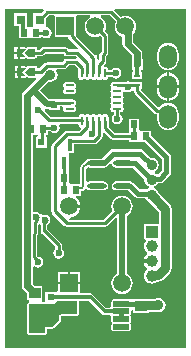
<source format=gtl>
%FSDAX24Y24*%
%MOIN*%
%SFA1B1*%

%IPPOS*%
%AMD51*
4,1,8,-0.026500,0.006900,-0.026500,-0.006900,-0.024600,-0.008800,0.024600,-0.008800,0.026500,-0.006900,0.026500,0.006900,0.024600,0.008800,-0.024600,0.008800,-0.026500,0.006900,0.0*
1,1,0.003800,-0.024600,0.006900*
1,1,0.003800,-0.024600,-0.006900*
1,1,0.003800,0.024600,-0.006900*
1,1,0.003800,0.024600,0.006900*
%
%ADD14R,0.021700X0.025600*%
%ADD15R,0.039400X0.035400*%
%ADD16R,0.010600X0.020500*%
%ADD17R,0.014200X0.020500*%
%ADD18R,0.020500X0.010600*%
%ADD19R,0.020500X0.014200*%
%ADD20R,0.024400X0.024400*%
%ADD21R,0.031500X0.031500*%
%ADD22O,0.065000X0.017700*%
%ADD23R,0.106300X0.106300*%
%ADD24O,0.031500X0.009800*%
%ADD25O,0.009800X0.031500*%
%ADD26R,0.024400X0.024400*%
%ADD50R,0.017700X0.025600*%
G04~CAMADD=51~8~0.0~0.0~177.0~531.0~19.0~0.0~15~0.0~0.0~0.0~0.0~0~0.0~0.0~0.0~0.0~0~0.0~0.0~0.0~90.0~530.0~176.0*
%ADD51D51*%
%ADD52R,0.015700X0.041300*%
%ADD53C,0.010000*%
%ADD54C,0.008000*%
%ADD55C,0.023600*%
%ADD56C,0.020000*%
%ADD57C,0.030000*%
%ADD58C,0.018000*%
%ADD59C,0.012000*%
%ADD60C,0.017000*%
%ADD61C,0.022000*%
%ADD62C,0.039400*%
%ADD63R,0.039400X0.039400*%
%ADD64R,0.059100X0.059100*%
%ADD65C,0.059100*%
%ADD66O,0.059100X0.078700*%
%ADD67R,0.059100X0.059100*%
%ADD68C,0.035400*%
%ADD69C,0.023600*%
%LNptw_ecu_cp_v1.0-1*%
%LPD*%
G36*
X017679Y011120D02*
X011620D01*
Y022415*
X012906*
X012931Y022355*
X012846Y022270*
X012570*
Y021857*
Y021837*
X012526Y021797*
X012495*
X012494*
X012435*
X012434*
X012417*
X012373Y021837*
Y022270*
X011940*
Y021837*
X012098*
Y021659*
X012100Y021647*
Y021423*
X012434*
X012435*
X012494*
X012495*
X012829*
Y021463*
X012888Y021483*
X012947Y021443*
X013016Y021430*
X013085Y021443*
X013143Y021483*
X013183Y021541*
X013196Y021610*
X013183Y021679*
X013143Y021738*
X013085Y021777*
X013030Y021788*
X013007Y021828*
X013003Y021849*
Y022112*
X013088Y022198*
X013242*
X013295Y022181*
Y022138*
Y021472*
X013746*
X013750Y021454*
X013774Y021417*
X014075Y021116*
X014046Y021061*
X014039Y021062*
X013921*
Y021063*
X013756*
X013711Y021108*
X013674Y021132*
X013632Y021141*
X012927*
X012885Y021132*
X012849Y021108*
X012794Y021054*
X012696*
Y021070*
X012691Y021082*
Y021129*
X012644*
X012632Y021134*
X012415*
X012414*
X012356Y021129*
X012339Y021119*
X012279Y021150*
X012150*
Y021070*
X012332*
X012204Y020942*
X012332Y020814*
X012150*
Y020734*
X012279*
X012339Y020766*
X012356Y020755*
X012414Y020751*
X012415*
X012632*
X012644Y020755*
X012691*
Y020803*
X012696Y020814*
Y020831*
X012840*
X012883Y020840*
X012919Y020864*
X012973Y020918*
X013586*
X013598Y020906*
Y020839*
X013921*
Y020840*
X013993*
X014034Y020799*
X014004Y020744*
X014003*
X013921*
Y020748*
X013598*
Y020681*
X013546Y020629*
X013035*
X012993Y020620*
X012957Y020596*
X012783Y020422*
X012706*
Y020439*
X012701Y020451*
Y020498*
X012653*
X012642Y020503*
X012425*
X012424*
X012366Y020498*
X012349Y020487*
X012289Y020519*
X012160*
Y020439*
X012342*
X012214Y020311*
X012342Y020183*
X012160*
Y020103*
X012289*
X012349Y020135*
X012366Y020124*
X012424Y020120*
X012425Y020119*
X012631*
X012652Y020090*
X012661Y020064*
X012430Y019833*
X012245Y019648*
X012206Y019589*
X012192Y019520*
Y015534*
X012191Y015532*
Y015287*
X012192Y015285*
Y013179*
X012206Y013110*
X012245Y013051*
X012366Y012930*
Y012693*
X012428*
X012430Y012634*
X012385Y012615*
X012366Y012570*
Y012535*
Y012063*
Y011597*
X012385Y011552*
X012430Y011533*
X012608*
X012642Y011527*
X012675Y011533*
X012972*
X013018Y011552*
X013036Y011597*
Y011737*
X013217*
X013262Y011756*
X013299Y011793*
X013335*
Y011829*
X013473Y011967*
X013492Y012012*
Y012136*
X013494Y012148*
X013497Y012152*
X013502Y012156*
X013514Y012158*
X014000*
X014020Y012166*
X014041Y012173*
X014081Y012206*
X014082Y012209*
X014085Y012210*
X014093Y012230*
X014103Y012250*
X014102Y012252*
X014103Y012255*
Y012680*
X014440*
X014877Y012243*
X014917Y012217*
X014963Y012207*
X015137*
X015147Y012200*
X015181Y012147*
X015180Y012142*
Y012004*
X015186Y011973*
X015203Y011947*
Y011943*
X015186Y011917*
X015180Y011886*
Y011748*
X015186Y011717*
X015203Y011691*
X015229Y011674*
X015260Y011668*
X015752*
X015783Y011674*
X015809Y011691*
X015826Y011717*
X015832Y011748*
Y011886*
X015826Y011917*
X015809Y011943*
Y011947*
X015826Y011973*
X015832Y012004*
Y012142*
X015826Y012173*
X015809Y012199*
Y012203*
X015826Y012229*
X015832Y012260*
Y012349*
X015892Y012384*
X015909Y012375*
Y012280*
X016421*
Y012312*
X016656*
X016746Y012295*
X016838Y012313*
X016916Y012365*
X016969Y012443*
X016987Y012535*
X016969Y012628*
X016916Y012706*
X016838Y012758*
X016746Y012776*
X016654Y012758*
X016625Y012739*
X016421*
Y012752*
X015909*
Y012735*
X015513*
X015506Y012737*
X015492Y012734*
X015260*
X015229Y012728*
X015203Y012710*
X015186Y012684*
X015180Y012654*
Y012516*
X015181Y012510*
X015147Y012457*
X015137Y012450*
X015013*
X014577Y012887*
X014537Y012913*
X014491Y012923*
X014139*
Y013224*
X013764*
X013389*
Y012997*
X013335Y012982*
X012972*
Y012634*
X012880*
X012878Y012693*
Y012694*
Y013165*
X012641*
X012553Y013254*
Y013801*
X012575Y013816*
X012613Y013828*
X012661Y013796*
X012730Y013782*
X012799Y013796*
X012858Y013835*
X012897Y013893*
X012911Y013963*
X012897Y014032*
X012858Y014090*
X012799Y014129*
X012747Y014140*
X012711Y014176*
Y014878*
X012722Y014894*
X012725Y014909*
X012734*
Y015063*
X012736Y015074*
Y015218*
X012760Y015241*
X012802Y015235*
X012825Y015220*
Y014909*
X012892*
X013308Y014493*
Y014406*
X013292Y014395*
X013252Y014337*
X013239Y014268*
X013252Y014199*
X013292Y014140*
X013350Y014101*
X013419Y014087*
X013488Y014101*
X013547Y014140*
X013586Y014199*
X013600Y014268*
X013586Y014337*
X013547Y014395*
X013530Y014406*
Y014539*
X013522Y014582*
X013498Y014618*
X013050Y015066*
X013051Y015074*
Y015214*
X013094Y015243*
X013133Y015301*
X013139Y015330*
X013143Y015335*
X013151Y015378*
X013143Y015420*
X013135Y015432*
X013133Y015439*
X013094Y015498*
X013036Y015537*
X012967Y015551*
X012897Y015537*
X012893Y015534*
X012819Y015557*
X012799Y015587*
X012740Y015626*
X012671Y015640*
X012613Y015628*
X012553Y015660*
Y018205*
X012660*
X012661*
X012720*
X012727Y018200*
X012707Y018140*
X012667*
Y017778*
X013030*
Y018140*
X012989*
Y018205*
X013055*
Y018340*
X013143*
X013154Y018323*
X013212Y018284*
X013282Y018270*
X013351Y018284*
X013409Y018323*
X013448Y018382*
X013462Y018451*
X013449Y018517*
Y018527*
X013479Y018577*
X014077*
X014085Y018536*
X014109Y018501*
X014145Y018477*
X014149Y018476*
X014169Y018411*
X014094Y018336*
X013685*
X013642Y018327*
X013606Y018303*
X013213Y017909*
X013189Y017873*
X013180Y017831*
Y015665*
X013189Y015623*
X013213Y015587*
X013616Y015183*
X013652Y015159*
X013695Y015151*
X014974*
X015017Y015159*
X015053Y015183*
X015318Y015448*
X015373Y015425*
Y013580*
X015357Y013573*
X015283Y013516*
X015226Y013442*
X015190Y013356*
X015178Y013264*
X015190Y013171*
X015226Y013085*
X015283Y013011*
X015357Y012954*
X015443Y012919*
X015535Y012906*
X015628Y012919*
X015714Y012954*
X015788Y013011*
X015845Y013085*
X015881Y013171*
X015893Y013264*
X015881Y013356*
X015845Y013442*
X015788Y013516*
X015714Y013573*
X015698Y013580*
Y015506*
X015714Y015513*
X015788Y015570*
X015845Y015644*
X015881Y015730*
X015893Y015823*
X015881Y015915*
X015845Y016002*
X015788Y016076*
X015714Y016132*
X015628Y016168*
X015535Y016180*
X015443Y016168*
X015357Y016132*
X015283Y016076*
X015226Y016002*
X015190Y015915*
X015178Y015823*
X015190Y015730*
X015218Y015663*
X014928Y015373*
X013784*
X013776Y015385*
X013807Y015450*
X013862Y015457*
X013953Y015495*
X014031Y015555*
X014092Y015634*
X014129Y015725*
X014137Y015783*
X013764*
Y015863*
X014137*
X014129Y015921*
X014092Y016012*
X014031Y016090*
X013984Y016127*
X014004Y016187*
X014177*
Y016332*
X014186*
X014225Y016340*
X014258Y016362*
X014285Y016389*
X014345Y016405*
X014369Y016390*
X014395Y016373*
X014453Y016361*
X014925*
X014983Y016373*
X015032Y016405*
X015064Y016454*
X015076Y016512*
X015064Y016569*
X015032Y016618*
X014983Y016651*
X014925Y016662*
X014453*
X014407Y016653*
X014347Y016685*
Y017084*
X014394Y017122*
X014395Y017121*
X014453Y017109*
X014682*
X014689Y017108*
X014922*
X014981Y017119*
X014982Y017121*
X014983*
X015032Y017153*
X015033Y017156*
X015130Y017253*
X015194Y017231*
X015200Y017202*
X015232Y017153*
X015281Y017121*
X015339Y017109*
X015562*
X015576Y017106*
X015907*
X016283Y016730*
X016279Y016709*
X016297Y016616*
X016349Y016538*
X016423Y016489*
X016426Y016458*
X016423Y016426*
X016372Y016392*
X016143*
X015919Y016616*
X015917Y016618*
X015869Y016651*
X015868*
X015866Y016652*
X015808Y016664*
X015575*
X015568Y016662*
X015339*
X015281Y016651*
X015232Y016618*
X015200Y016569*
X015188Y016512*
X015200Y016454*
X015232Y016405*
X015281Y016373*
X015339Y016361*
X015568*
X015575Y016360*
X015745*
X015972Y016133*
X016022Y016100*
X016080Y016088*
X016315*
X016349Y016036*
X016423Y015987*
X016759Y015651*
Y015242*
X016264*
Y014730*
X016309*
X016327Y014696*
X016332Y014670*
X016296Y014623*
X016270Y014561*
X016262Y014494*
X016270Y014427*
X016296Y014365*
X016337Y014312*
X016355Y014298*
X016358Y014292*
X016354Y014223*
X016322Y014199*
X016278Y014142*
X016253Y014082*
X016520*
Y013922*
X016253*
X016278Y013862*
X016322Y013805*
X016354Y013781*
X016358Y013712*
X016355Y013706*
X016337Y013692*
X016296Y013639*
X016270Y013577*
X016262Y013510*
X016270Y013443*
X016296Y013381*
X016337Y013327*
X016391Y013286*
X016453Y013261*
X016520Y013252*
X016586Y013261*
X016649Y013286*
X016686Y013315*
X016734*
X016816Y013331*
X016885Y013377*
X017123Y013615*
X017169Y013684*
X017186Y013766*
Y015739*
X017169Y015821*
X017123Y015890*
X016749Y016264*
X016742Y016299*
X016690Y016377*
X016617Y016426*
X016614Y016458*
X016617Y016489*
X016690Y016538*
X016725Y016590*
X016799*
X016857Y016602*
X016907Y016635*
X017119Y016847*
X017152Y016897*
X017164Y016955*
Y017476*
X017152Y017535*
X017119Y017584*
X016510Y018193*
Y018352*
X016175*
X016168*
X016116Y018412*
Y018746*
X015782*
Y018372*
X015781*
Y018352*
X015782*
Y018277*
X015296*
X015086Y018486*
Y018686*
X015085Y018694*
Y018795*
X015076Y018838*
X015052Y018873*
X015017Y018897*
X014974Y018906*
X014932Y018897*
X014918Y018888*
X014876Y018878*
X014834Y018888*
X014820Y018897*
X014778Y018906*
X014735Y018897*
X014699Y018873*
X014659*
X014623Y018897*
X014581Y018906*
X014538Y018897*
X014503Y018873*
X014462*
X014426Y018897*
X014384Y018906*
X014342Y018897*
X014328Y018888*
X014285Y018878*
X014243Y018888*
X014229Y018897*
X014187Y018906*
X014145Y018897*
X014109Y018873*
X014085Y018838*
X014077Y018799*
X013159*
X012965Y018993*
X012959Y019019*
X012970Y019072*
X012980Y019079*
X013033Y019069*
X013100*
Y019028*
X013463*
Y019166*
X013539*
X013552Y019153*
X013580Y019106*
X013575Y019081*
X013583Y019038*
X013607Y019003*
X013643Y018979*
X013685Y018970*
X013902*
X013944Y018979*
X013980Y019003*
X014004Y019038*
X014012Y019081*
X014004Y019123*
X013994Y019137*
X013984Y019179*
X013994Y019221*
X014004Y019235*
X014012Y019278*
X014004Y019320*
X013980Y019356*
X013944Y019380*
X013902Y019388*
X013797*
X013793Y019389*
X013789Y019388*
X013463*
Y019390*
X013275*
X013259Y019393*
X013100*
X012800Y019693*
X013090Y019982*
X013144Y019972*
X013236Y019990*
X013314Y020042*
X013366Y020120*
X013385Y020213*
X013366Y020305*
X013338Y020347*
X013370Y020407*
X013593*
X013635Y020415*
X013671Y020439*
X013755Y020523*
X013763Y020521*
X013957*
X014075Y020404*
Y020263*
X014077Y020255*
Y020154*
X014085Y020111*
X014109Y020075*
X014145Y020052*
X014187Y020043*
X014229Y020052*
X014243Y020061*
X014285Y020071*
X014328Y020061*
X014342Y020052*
X014384Y020043*
X014426Y020052*
X014440Y020061*
X014482Y020071*
X014524Y020061*
X014538Y020052*
X014581Y020043*
X014623Y020052*
X014659Y020075*
X014699*
X014735Y020052*
X014778Y020043*
X014820Y020052*
X014856Y020075*
X014896*
X014932Y020052*
X014974Y020043*
X015017Y020052*
X015052Y020075*
X015076Y020111*
X015084Y020151*
X015190*
X015201Y020134*
X015260Y020095*
X015329Y020081*
X015398Y020095*
X015456Y020134*
X015496Y020193*
X015509Y020262*
X015496Y020331*
X015456Y020390*
X015398Y020429*
X015329Y020442*
X015260Y020429*
X015201Y020390*
X015190Y020373*
X015084*
X015076Y020412*
X015052Y020448*
X015017Y020472*
X014974Y020480*
X014956Y020477*
X014941Y020511*
Y020513*
X014973Y020557*
X015008*
Y020711*
X015010Y020722*
Y020839*
X015043Y020872*
X015067Y020908*
X015076Y020951*
Y021512*
X015067Y021554*
X015043Y021590*
X014967Y021667*
X014995Y021734*
X015007Y021827*
X014995Y021919*
X014959Y022005*
X014902Y022079*
X014828Y022136*
X014824Y022138*
X014836Y022198*
X015121*
X015332Y021987*
X015304Y021919*
X015292Y021827*
X015304Y021734*
X015340Y021648*
X015397Y021574*
X015471Y021517*
X015548Y021485*
Y021247*
X015561Y021181*
X015599Y021125*
X015853Y020871*
Y020569*
X015856Y020552*
Y020376*
X015913*
Y020295*
X015870*
Y020071*
X016193*
Y020295*
X016156*
Y020376*
X016219*
Y020738*
X016198*
Y020942*
X016185Y021008*
X016147Y021064*
X015893Y021319*
Y021567*
X015902Y021574*
X015959Y021648*
X015995Y021734*
X016007Y021827*
X015995Y021919*
X015959Y022005*
X015902Y022079*
X015828Y022136*
X015742Y022172*
X015650Y022184*
X015557Y022172*
X015490Y022144*
X015279Y022355*
X015303Y022415*
X017679*
Y011120*
G37*
G36*
X012632Y020814D02*
X012415D01*
X012287Y020942*
X012415Y021070*
X012632*
Y020814*
G37*
G36*
X014475Y022138D02*
X014471Y022136D01*
X014397Y022079*
X014340Y022005*
X014304Y021919*
X014292Y021827*
X014304Y021734*
X014340Y021648*
X014397Y021574*
X014471Y021517*
X014557Y021482*
X014650Y021469*
X014742Y021482*
X014810Y021510*
X014853Y021466*
Y020997*
X014820Y020964*
X014801Y020935*
X014800Y020933*
X014796Y020928*
X014783Y020880*
Y020732*
X014752Y020708*
X014693Y020734*
Y020880*
X014626*
X014004Y021502*
Y022138*
Y022181*
X014057Y022198*
X014463*
X014475Y022138*
G37*
G36*
X012642Y020183D02*
X012425D01*
X012297Y020311*
X012425Y020439*
X012642*
Y020183*
G37*
G36*
X015171Y018087D02*
X015207Y018063D01*
X015250Y018054*
X015782*
Y017978*
X016116*
X016175*
X016295*
X016860Y017413*
Y017018*
X016736Y016894*
X016667*
X016626Y016921*
X016623Y016936*
Y016973*
X016626Y016988*
X016690Y017030*
X016742Y017109*
X016761Y017201*
X016742Y017293*
X016690Y017371*
X016612Y017423*
X016520Y017442*
X016498Y017437*
X016243Y017692*
X016194Y017725*
X016136Y017737*
X015247*
X015189Y017725*
X015140Y017692*
X014859Y017412*
X014689*
X014682Y017410*
X014453*
X014395Y017399*
X014346Y017366*
X014326Y017335*
X014316Y017333*
X014283Y017312*
X014175Y017203*
X014153Y017171*
X014145Y017132*
Y016561*
X013843*
X013835*
X013783Y016621*
Y016955*
X013780*
X013754Y017004*
Y017535*
X013756Y017594*
X013951*
Y017906*
X014616*
X014658Y017914*
X014694Y017938*
X014856Y018100*
X014880Y018136*
X014889Y018179*
Y018284*
X014949Y018309*
X015171Y018087*
G37*
G36*
X014039Y012255D02*
X014000Y012222D01*
X013508*
X013477Y012216*
X013451Y012199*
X013434Y012173*
X013428Y012142*
Y012012*
X013217Y011801*
X012972*
Y011597*
X012430*
Y012570*
X013267*
X013272Y012565*
X013327Y012620*
X013335*
Y012628*
X013386Y012680*
X014039*
Y012255*
G37*
%LNptw_ecu_cp_v1.0-2*%
%LPC*%
G36*
X012070Y021150D02*
X011942D01*
Y020982*
X012022*
Y021070*
X012070*
Y021150*
G37*
G36*
X012022Y020902D02*
X011942D01*
Y020734*
X012070*
Y020814*
X012022*
Y020902*
G37*
G36*
X017071Y021275D02*
X016978Y021263D01*
X016892Y021227*
X016818Y021170*
X016761Y021096*
X016726Y021010*
X016713Y020917*
Y020720*
X016726Y020628*
X016761Y020542*
X016818Y020468*
X016892Y020411*
X016978Y020375*
X017071Y020363*
X017163Y020375*
X017250Y020411*
X017324Y020468*
X017380Y020542*
X017416Y020628*
X017428Y020720*
Y020917*
X017416Y021010*
X017380Y021096*
X017324Y021170*
X017250Y021227*
X017163Y021263*
X017071Y021275*
G37*
G36*
X012080Y020519D02*
X011952D01*
Y020351*
X012032*
Y020439*
X012080*
Y020519*
G37*
G36*
X012032Y020271D02*
X011952D01*
Y020103*
X012080*
Y020183*
X012032*
Y020271*
G37*
G36*
X015745Y019992D02*
X015683Y019980D01*
X015369*
X015361Y019978*
X015260*
X015218Y019970*
X015182Y019946*
X015158Y019910*
X015149Y019868*
X015158Y019826*
X015167Y019812*
X015177Y019770*
X015167Y019728*
X015158Y019713*
X015149Y019671*
X015158Y019629*
X015182Y019593*
Y019552*
X015158Y019517*
X015149Y019474*
X015158Y019432*
X015167Y019418*
X015177Y019376*
X015167Y019334*
X015158Y019320*
X015149Y019278*
X015158Y019235*
X015167Y019221*
X015177Y019179*
X015167Y019137*
X015158Y019123*
X015149Y019081*
X015158Y019038*
X015182Y019003*
X015218Y018979*
X015260Y018970*
X015262*
Y018872*
X015250Y018864*
X015211Y018805*
X015197Y018736*
X015211Y018667*
X015250Y018608*
X015309Y018569*
X015378Y018556*
X015447Y018569*
X015506Y018608*
X015545Y018667*
X015559Y018736*
X015545Y018805*
X015506Y018864*
X015484Y018878*
Y018972*
X015519Y018979*
X015554Y019003*
X015578Y019038*
X015587Y019081*
X015578Y019123*
X015569Y019137*
X015559Y019179*
X015569Y019221*
X015578Y019235*
X015587Y019278*
X015578Y019320*
X015569Y019334*
X015559Y019376*
X015569Y019418*
X015578Y019432*
X015587Y019474*
X015578Y019517*
X015554Y019552*
Y019593*
X015578Y019629*
X015580Y019640*
X015644Y019666*
X015676Y019645*
X015745Y019631*
X015814Y019645*
X015867Y019680*
X015904Y019670*
X015928Y019658*
X015935Y019622*
X015959Y019586*
X016613Y018933*
X016649Y018908*
X016692Y018900*
X016713Y018848*
Y018720*
X016726Y018628*
X016761Y018542*
X016818Y018468*
X016892Y018411*
X016978Y018375*
X017071Y018363*
X017163Y018375*
X017250Y018411*
X017324Y018468*
X017380Y018542*
X017416Y018628*
X017428Y018720*
Y018917*
X017416Y019010*
X017380Y019096*
X017324Y019170*
X017250Y019227*
X017163Y019263*
X017071Y019275*
X016978Y019263*
X016892Y019227*
X016818Y019170*
X016792Y019136*
X016727Y019133*
X016164Y019696*
X016185Y019756*
X016193*
Y019980*
X016039*
X016028Y019982*
X015795*
X015745Y019992*
G37*
G36*
X017111Y020291D02*
Y019859D01*
X017449*
Y019917*
X017436Y020015*
X017399Y020107*
X017339Y020185*
X017260Y020245*
X017169Y020283*
X017111Y020291*
G37*
G36*
X017031D02*
X016973Y020283D01*
X016882Y020245*
X016803Y020185*
X016743Y020107*
X016705Y020015*
X016692Y019917*
Y019859*
X017031*
Y020291*
G37*
G36*
X013902Y019978D02*
X013685D01*
X013643Y019970*
X013607Y019946*
X013583Y019910*
X013575Y019868*
X013583Y019826*
X013592Y019812*
X013602Y019770*
X013592Y019728*
X013583Y019713*
X013575Y019671*
X013583Y019629*
X013607Y019593*
X013643Y019569*
X013685Y019561*
X013902*
X013944Y019569*
X013980Y019593*
X014004Y019629*
X014012Y019671*
X014004Y019713*
X013994Y019728*
X013984Y019770*
X013994Y019812*
X014004Y019826*
X014012Y019868*
X014004Y019910*
X013980Y019946*
X013944Y019970*
X013902Y019978*
G37*
G36*
X017449Y019779D02*
X017111D01*
Y019347*
X017169Y019355*
X017260Y019393*
X017339Y019453*
X017399Y019531*
X017436Y019623*
X017449Y019720*
Y019779*
G37*
G36*
X017031D02*
X016692D01*
Y019720*
X016705Y019623*
X016743Y019531*
X016803Y019453*
X016882Y019393*
X016973Y019355*
X017031Y019347*
Y019779*
G37*
G36*
X014139Y013639D02*
X013804D01*
Y013304*
X014139*
Y013639*
G37*
G36*
X013724D02*
X013389D01*
Y013304*
X013724*
Y013639*
G37*
%LNptw_ecu_cp_v1.0-3*%
%LPD*%
G54D14*
X013616Y016374D03*
X014010D03*
X012533Y020311D03*
X012524Y020942D03*
X012268Y021610D03*
X012661D03*
X012494Y018392D03*
X012888D03*
X015949Y018165D03*
X016343D03*
Y018559D03*
X015949D03*
X014010Y016768D03*
X013616D03*
G54D15*
X012622Y012929D03*
Y012299D03*
X016165Y011886D03*
Y012516D03*
G54D16*
X012937Y015071D03*
X012622D03*
X014581Y020719D03*
X014896D03*
G54D17*
X012780Y014685D03*
X014738Y021104D03*
G54D18*
X013760Y020636D03*
Y020951D03*
X016032Y020183D03*
Y019868D03*
G54D19*
X013374Y020793D03*
X016417Y020026D03*
G54D20*
X012848Y017959D03*
Y017604D03*
X013154Y011620D03*
Y011974D03*
Y012801D03*
Y012447D03*
X013281Y019563D03*
Y019209D03*
G54D21*
X012156Y022053D03*
X012786D03*
G54D22*
X014689Y017260D03*
Y016886D03*
Y016512D03*
X015575Y017260D03*
Y016886D03*
Y016512D03*
G54D23*
X014581Y019474D03*
G54D24*
X015368Y019868D03*
Y019671D03*
Y019474D03*
Y019278D03*
Y019081D03*
X013793D03*
Y019278D03*
Y019474D03*
Y019671D03*
Y019868D03*
G54D25*
X014974Y018687D03*
X014778D03*
X014581D03*
X014384D03*
X014187D03*
Y020262D03*
X014384D03*
X014581D03*
X014778D03*
X014974D03*
G54D26*
X016392Y020557D03*
X016037D03*
G54D50*
X012120Y020311D03*
X012110Y020942D03*
G54D51*
X015506Y011817D03*
Y012073D03*
Y012329D03*
X013754Y011817D03*
Y012073D03*
Y012329D03*
Y012585D03*
X015506D03*
G54D52*
X013616Y017270D03*
X014010D03*
X013813Y017860D03*
G54D53*
X013032Y015370D02*
X013033D01*
X012940Y015278D02*
X013033Y015370D01*
X012967D02*
X013032D01*
X013033D02*
X013040Y015378D01*
X013291Y015665D02*
Y017831D01*
Y015665D02*
X013695Y015262D01*
X014974*
X013419Y014268D02*
Y014539D01*
X012937Y015022D02*
X013419Y014539D01*
X014974Y015262D02*
X015535Y015823D01*
X013291Y017831D02*
X013685Y018224D01*
X014140*
X013113Y018688D02*
X014186D01*
X014187Y018687*
X012750Y019022D02*
X012780D01*
X013113Y018688*
X013616Y016768D02*
Y017270D01*
Y016768D02*
D01*
D01*
Y016374D02*
Y016768D01*
X012619Y014937D02*
Y015068D01*
X012600Y014918D02*
X012619Y014937D01*
X014616Y018017D02*
X014778Y018179D01*
X013842Y018017D02*
X014616D01*
X013813Y017988D02*
X013842Y018017D01*
X013813Y017860D02*
Y017988D01*
X015745Y019812D02*
Y019867D01*
X015743Y019869D02*
X015745Y019867D01*
Y019812D02*
Y019858D01*
X015759Y019871*
X012667Y015396D02*
X012730Y015459D01*
X012671D02*
X012730D01*
X012625Y015307D02*
X012691Y015373D01*
X012667Y015396D02*
X012691Y015373D01*
X012533Y020311D02*
X012829D01*
X013035Y020518D02*
X013593D01*
X012829Y020311D02*
X013035Y020518D01*
X012600Y014130D02*
Y014918D01*
Y014130D02*
X012730Y013999D01*
X012622Y015071D02*
X012625Y015074D01*
X012619Y015068D02*
X012622Y015071D01*
X012730Y013963D02*
Y013999D01*
X012625Y015074D02*
Y015307D01*
X012940Y015074D02*
Y015278D01*
X012937Y015071D02*
X012940Y015074D01*
X012888Y018393D02*
X012946Y018451D01*
X012888Y018392D02*
Y018393D01*
X012946Y018451D02*
X013245D01*
X012878Y018382D02*
X012888Y018392D01*
X012878Y017969D02*
Y018382D01*
X012868Y017959D02*
X012878Y017969D01*
X014975Y018440D02*
X015250Y018165D01*
X014975Y018440D02*
Y018686D01*
X014974Y018687D02*
X014975Y018686D01*
X015250Y018165D02*
X015949D01*
X014532Y018291D02*
X014581Y018340D01*
X015949Y018165D02*
D01*
Y018559D01*
X014532Y018254D02*
Y018291D01*
X014581Y018340D02*
Y018687D01*
X014778Y018179D02*
Y018687D01*
X014384Y018469D02*
Y018687D01*
X014140Y018224D02*
X014384Y018469D01*
X012839Y017969D02*
X012853Y017983D01*
X015373Y018741D02*
X015378Y018736D01*
X015373Y018741D02*
Y019080D01*
X015372Y019081D02*
X015373Y019080D01*
X015368Y019081D02*
X015372D01*
X013042Y022309D02*
X015167D01*
X015650Y021827*
X012786Y022053D02*
X013042Y022309D01*
X012661Y021610D02*
X013016D01*
X012661D02*
D01*
X013281Y019209D02*
X013350Y019277D01*
X013793*
Y019278*
X014974Y020262D02*
X015329D01*
X013593Y020518D02*
X013711Y020636D01*
X013760*
X012524Y020942D02*
X012840D01*
X012927Y021030*
X013632*
X013711Y020951*
X013760*
X014039*
X014384Y020606*
Y020262D02*
Y020606D01*
X014003Y020633D02*
X014186Y020450D01*
Y020263D02*
Y020450D01*
Y020263D02*
X014187Y020262D01*
X013763Y020633D02*
X014003D01*
X013760Y020636D02*
X013763Y020633D01*
X013852Y021496D02*
X014581Y020768D01*
Y020719D02*
Y020768D01*
X014778Y020263D02*
Y020552D01*
X014896Y020669*
Y020719*
X014899Y020885D02*
X014965Y020951D01*
X014899Y020722D02*
Y020885D01*
X014896Y020719D02*
X014899Y020722D01*
X014778Y020262D02*
Y020263D01*
X014581Y020262D02*
Y020709D01*
X013650Y021827D02*
X013852Y021624D01*
Y021496D02*
Y021624D01*
X014965Y020951D02*
Y021512D01*
X014650Y021827D02*
X014965Y021512D01*
X016038Y019665D02*
X016692Y019011D01*
X016038Y019665D02*
Y019865D01*
X016035Y019868D02*
X016038Y019865D01*
X016032Y019868D02*
X016035D01*
X015759Y019871D02*
X016028D01*
X016032Y019868*
X015369Y019869D02*
X015743D01*
X015368Y019868D02*
X015369Y019869D01*
X016692Y019011D02*
X016879D01*
X017071Y018819*
X012937Y015022D02*
Y015071D01*
G54D54*
X014246Y016493D02*
Y017132D01*
X014069Y016433D02*
X014186D01*
X014010Y016374D02*
X014069Y016433D01*
X014186D02*
X014246Y016493D01*
X014364Y017240D02*
X014365Y017241D01*
X014670*
X014689Y017260*
X014354Y017240D02*
X014364D01*
X014246Y017132D02*
X014354Y017240D01*
G54D55*
X012372Y015532D02*
Y019520D01*
Y015532D02*
D01*
Y015287D02*
Y015532D01*
Y015287D02*
D01*
Y013179D02*
Y015287D01*
Y013179D02*
X012622Y012929D01*
X012372Y019520D02*
X012558Y019706D01*
X013065Y020213D02*
X013144D01*
X012558Y019706D02*
X013065Y020213D01*
G54D56*
X012558Y019706D02*
X013033Y019231D01*
X013259*
X013281Y019209*
X015535Y013264D02*
Y015823D01*
G54D57*
X016520Y016192D02*
X016972Y015739D01*
Y013766D02*
Y015739D01*
X016734Y013528D02*
X016972Y013766D01*
X016736Y012526D02*
X016746Y012535D01*
X016175Y012526D02*
X016736D01*
X016165Y012516D02*
X016175Y012526D01*
X016520Y016192D02*
Y016207D01*
X016538Y013528D02*
X016734D01*
X016520Y013510D02*
X016538Y013528D01*
X016520Y013510D02*
X016545D01*
G54D58*
X016553Y016742D02*
X016799D01*
X016520Y016709D02*
X016553Y016742D01*
X016799D02*
X017012Y016955D01*
Y017476*
X016343Y018146D02*
X017012Y017476D01*
X016343Y018146D02*
Y018165D01*
X016098Y012583D02*
X016165Y012516D01*
X015507Y012583D02*
X016098D01*
X015506Y012585D02*
X015507Y012583D01*
X016136Y017585D02*
X016520Y017201D01*
X015247Y017585D02*
X016136D01*
X014922Y017260D02*
X015247Y017585D01*
X014689Y017260D02*
X014922D01*
X015970Y017258D02*
X016520Y016709D01*
X015575Y017260D02*
X015576Y017258D01*
X015970*
X016080Y016240D02*
X016486D01*
X016520Y016207*
X015808Y016512D02*
X016080Y016240D01*
X015575Y016512D02*
X015808D01*
G54D59*
X014491Y012801D02*
X014963Y012329D01*
X015506*
X013154Y012801D02*
X014491D01*
X012156Y022053D02*
X012219Y021990D01*
Y021659D02*
Y021990D01*
Y021659D02*
X012268Y021610D01*
X016034Y020554D02*
X016037Y020557D01*
X016034Y020206D02*
Y020554D01*
X016032Y020203D02*
X016034Y020206D01*
G54D60*
X015506Y012073D02*
Y012329D01*
G54D61*
X015721Y021247D02*
Y021756D01*
X015650Y021827D02*
X015721Y021756D01*
X016025Y020569D02*
Y020942D01*
Y020569D02*
X016037Y020557D01*
X015721Y021247D02*
X016025Y020942D01*
G54D62*
X016520Y014494D03*
Y014002D03*
Y013510D03*
G54D63*
X016520Y014986D03*
G54D64*
X013650Y021827D03*
G54D65*
X014650Y021827D03*
X015650D03*
X013764Y015823D03*
X015535D03*
Y013264D03*
G54D66*
X017071Y019819D03*
Y020819D03*
Y018819D03*
G54D67*
X013764Y013264D03*
G54D68*
X016520Y016207D03*
Y017201D03*
Y016709D03*
X012642Y011768D03*
X013144Y020213D03*
X016746Y012535D03*
G54D69*
X014173Y011339D03*
X017362Y014173D03*
X014350Y013110D03*
X015413Y020906D03*
X015945Y011339D03*
X015236Y020551D03*
X017539Y013110D03*
X014528Y011339D03*
X014173Y014882D03*
X017539Y011693D03*
X012047Y012047D03*
X012224Y011693D03*
X017362Y017008D03*
X011870Y012402D03*
X014882Y012756D03*
X016299Y011339D03*
X011870Y013819D03*
X012047Y016299D03*
X014528Y013465D03*
X017362Y012047D03*
X015591Y011339D03*
X016299Y021969D03*
X012047Y018425D03*
X015236Y014173D03*
X011870Y019488D03*
X012402Y021260D03*
X011870Y018780D03*
X016122Y021614D03*
X012047Y017008D03*
X017539Y015945D03*
X014350Y011693D03*
X011870Y017362D03*
Y016654D03*
X014705Y013819D03*
X011870Y011693D03*
X017185Y021614D03*
X012047Y019843D03*
X015059Y017900D03*
X016654Y021969D03*
X017185Y011693D03*
Y016654D03*
X014882Y015591D03*
X012047Y017717D03*
X017185Y018071D03*
X012047Y012756D03*
Y019134D03*
X011870Y014528D03*
X017539Y012402D03*
X017008Y021969D03*
X012047Y021260D03*
X017362Y021969D03*
X016299Y015591D03*
X011870Y015945D03*
X014882Y012047D03*
X013110Y014173D03*
X011870Y013110D03*
X012756Y011339D03*
X015059Y013819D03*
X014350Y012402D03*
X012907Y016620D03*
X017185Y012402D03*
X016476Y021614D03*
Y013110D03*
X016122Y016654D03*
Y013110D03*
X016831Y021614D03*
X014882Y011339D03*
X017539Y018071D03*
X016122Y015236D03*
X014350Y015945D03*
X015059Y013110D03*
X017362Y014882D03*
X012047D03*
X017539Y021614D03*
X017362Y013465D03*
X012047D03*
X014882D03*
X015591Y020551D03*
X017008Y012047D03*
X017539Y015236D03*
X015236Y011339D03*
X012402D03*
X012047D03*
X011870Y018071D03*
X016654Y021260D03*
X014705Y011693D03*
X017362Y012756D03*
X016654Y018425D03*
X012756Y013465D03*
X017539Y014528D03*
X015059Y011693D03*
X013465Y011339D03*
X017539Y020197D03*
X014705Y013110D03*
X017539Y016654D03*
X016122Y013819D03*
X014528Y017545D03*
X017539Y017362D03*
X016476Y020906D03*
X013819Y011339D03*
X014173Y021969D03*
X013110Y013465D03*
X017362Y017717D03*
X012907Y017329D03*
X017539Y013819D03*
X012047Y014173D03*
Y015591D03*
X017362Y016299D03*
X014528Y012047D03*
X017539Y019488D03*
X016299Y021260D03*
X017362Y011339D03*
X015945Y014173D03*
X017362Y015591D03*
X011870Y021614D03*
X016831Y018071D03*
X016122Y015945D03*
X017008Y011339D03*
X011870Y015236D03*
X013419Y014268D03*
X015745Y019812D03*
X012967Y015370D03*
X012671Y015459D03*
X012907Y015911D03*
X013232Y021305D03*
X013744Y021246D03*
X014295Y021423D03*
X016047Y018943D03*
X015413Y017900D03*
X015132Y016886D03*
X016018Y014740D03*
X014758Y014681D03*
X014404Y014327D03*
X015201Y014740D03*
X012730Y013963D03*
X012750Y019022D03*
X014532Y018254D03*
X013282Y018451D03*
X015378Y018736D03*
X013016Y021610D03*
X015329Y020262D03*
X014364Y019258D03*
Y019691D03*
X014797Y019258D03*
Y019691D03*
M02*
</source>
